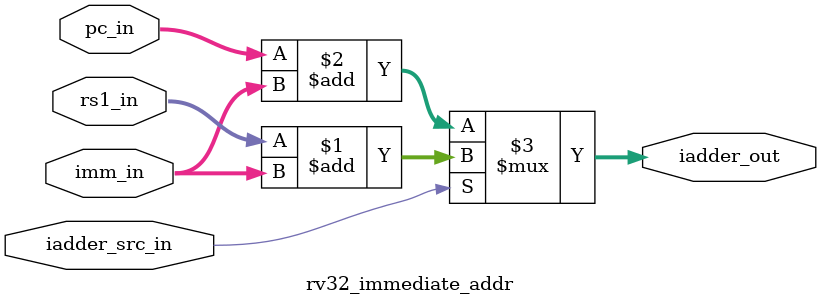
<source format=v>
module rv32_immediate_addr #(
  parameter DATA_WIDTH = 32
  )(
  input [(DATA_WIDTH-1):0] pc_in,
  input [(DATA_WIDTH-1):0] rs1_in,
  input [(DATA_WIDTH-1):0] imm_in,
  input iadder_src_in,
  output [(DATA_WIDTH-1):0] iadder_out
  );

  assign iadder_out = iadder_src_in ? (rs1_in + imm_in) : (pc_in + imm_in);

endmodule

</source>
